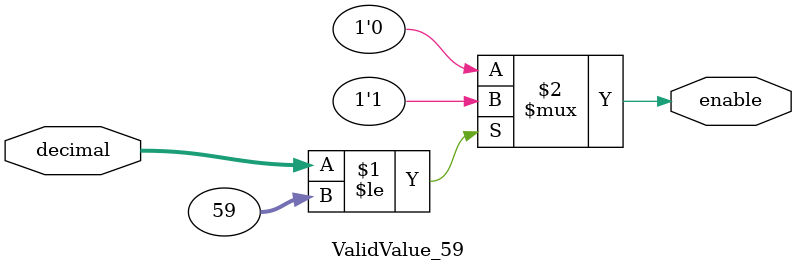
<source format=sv>
module ValidValue_59(
	input logic [5:0] decimal,
	output logic enable
	);
assign enable = decimal <= 59 ? 1'b1 : 1'b0;
endmodule

</source>
